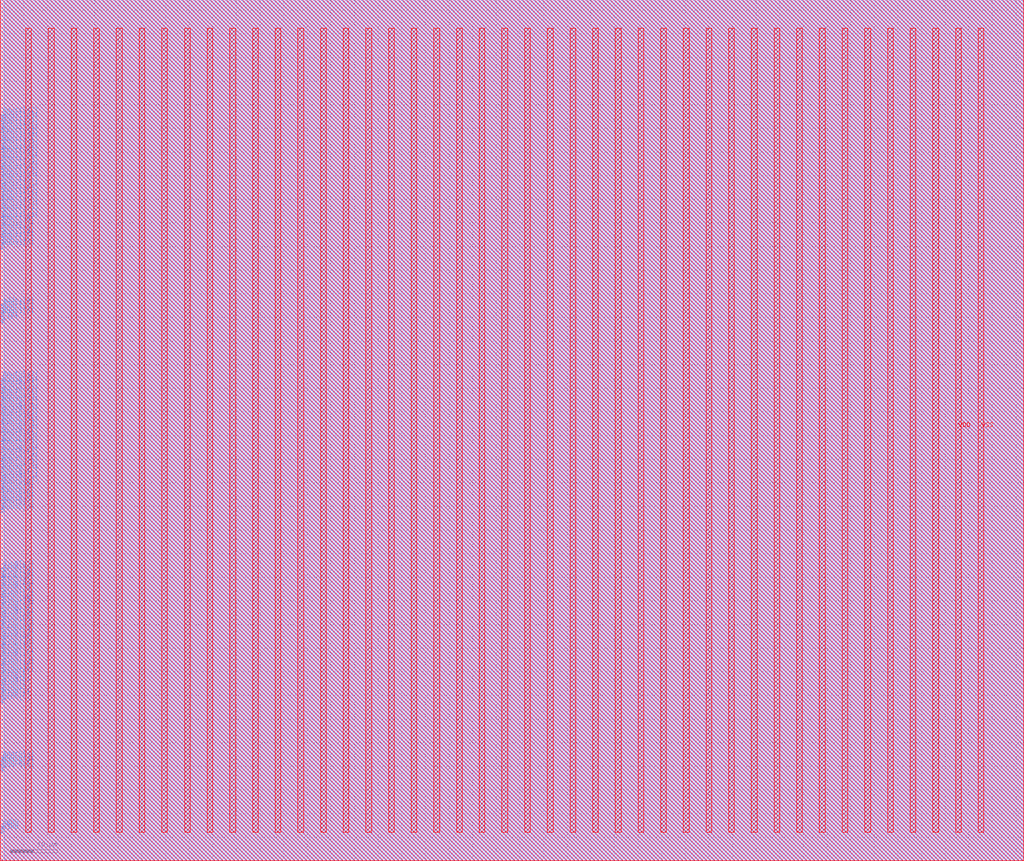
<source format=lef>
VERSION 5.7 ;
BUSBITCHARS "[]" ;
MACRO liteeth_48x32_sram
  FOREIGN liteeth_48x32_sram 0 0 ;
  SYMMETRY X Y R90 ;
  SIZE 216.660 BY 182.240 ;
  CLASS BLOCK ;
  PIN clk0
    DIRECTION INPUT ;
    USE SIGNAL ;
    SHAPE ABUTMENT ;
    PORT
      LAYER met3 ;
      RECT 0.000 5.850 0.800 6.150 ;
    END
  END clk0
  PIN csb0
    DIRECTION INPUT ;
    USE SIGNAL ;
    SHAPE ABUTMENT ;
    PORT
      LAYER met3 ;
      RECT 0.000 6.450 0.800 6.750 ;
    END
  END csb0
  PIN web0
    DIRECTION INPUT ;
    USE SIGNAL ;
    SHAPE ABUTMENT ;
    PORT
      LAYER met3 ;
      RECT 0.000 7.050 0.800 7.350 ;
    END
  END web0
  PIN addr0[0]
    DIRECTION INPUT ;
    USE SIGNAL ;
    SHAPE ABUTMENT ;
    PORT
      LAYER met3 ;
      RECT 0.000 19.050 0.800 19.350 ;
    END
  END addr0[0]
  PIN addr0[1]
    DIRECTION INPUT ;
    USE SIGNAL ;
    SHAPE ABUTMENT ;
    PORT
      LAYER met3 ;
      RECT 0.000 19.650 0.800 19.950 ;
    END
  END addr0[1]
  PIN addr0[2]
    DIRECTION INPUT ;
    USE SIGNAL ;
    SHAPE ABUTMENT ;
    PORT
      LAYER met3 ;
      RECT 0.000 20.250 0.800 20.550 ;
    END
  END addr0[2]
  PIN addr0[3]
    DIRECTION INPUT ;
    USE SIGNAL ;
    SHAPE ABUTMENT ;
    PORT
      LAYER met3 ;
      RECT 0.000 20.850 0.800 21.150 ;
    END
  END addr0[3]
  PIN addr0[4]
    DIRECTION INPUT ;
    USE SIGNAL ;
    SHAPE ABUTMENT ;
    PORT
      LAYER met3 ;
      RECT 0.000 21.450 0.800 21.750 ;
    END
  END addr0[4]
  PIN din0[0]
    DIRECTION INPUT ;
    USE SIGNAL ;
    SHAPE ABUTMENT ;
    PORT
      LAYER met3 ;
      RECT 0.000 33.450 0.800 33.750 ;
    END
  END din0[0]
  PIN din0[1]
    DIRECTION INPUT ;
    USE SIGNAL ;
    SHAPE ABUTMENT ;
    PORT
      LAYER met3 ;
      RECT 0.000 34.050 0.800 34.350 ;
    END
  END din0[1]
  PIN din0[2]
    DIRECTION INPUT ;
    USE SIGNAL ;
    SHAPE ABUTMENT ;
    PORT
      LAYER met3 ;
      RECT 0.000 34.650 0.800 34.950 ;
    END
  END din0[2]
  PIN din0[3]
    DIRECTION INPUT ;
    USE SIGNAL ;
    SHAPE ABUTMENT ;
    PORT
      LAYER met3 ;
      RECT 0.000 35.250 0.800 35.550 ;
    END
  END din0[3]
  PIN din0[4]
    DIRECTION INPUT ;
    USE SIGNAL ;
    SHAPE ABUTMENT ;
    PORT
      LAYER met3 ;
      RECT 0.000 35.850 0.800 36.150 ;
    END
  END din0[4]
  PIN din0[5]
    DIRECTION INPUT ;
    USE SIGNAL ;
    SHAPE ABUTMENT ;
    PORT
      LAYER met3 ;
      RECT 0.000 36.450 0.800 36.750 ;
    END
  END din0[5]
  PIN din0[6]
    DIRECTION INPUT ;
    USE SIGNAL ;
    SHAPE ABUTMENT ;
    PORT
      LAYER met3 ;
      RECT 0.000 37.050 0.800 37.350 ;
    END
  END din0[6]
  PIN din0[7]
    DIRECTION INPUT ;
    USE SIGNAL ;
    SHAPE ABUTMENT ;
    PORT
      LAYER met3 ;
      RECT 0.000 37.650 0.800 37.950 ;
    END
  END din0[7]
  PIN din0[8]
    DIRECTION INPUT ;
    USE SIGNAL ;
    SHAPE ABUTMENT ;
    PORT
      LAYER met3 ;
      RECT 0.000 38.250 0.800 38.550 ;
    END
  END din0[8]
  PIN din0[9]
    DIRECTION INPUT ;
    USE SIGNAL ;
    SHAPE ABUTMENT ;
    PORT
      LAYER met3 ;
      RECT 0.000 38.850 0.800 39.150 ;
    END
  END din0[9]
  PIN din0[10]
    DIRECTION INPUT ;
    USE SIGNAL ;
    SHAPE ABUTMENT ;
    PORT
      LAYER met3 ;
      RECT 0.000 39.450 0.800 39.750 ;
    END
  END din0[10]
  PIN din0[11]
    DIRECTION INPUT ;
    USE SIGNAL ;
    SHAPE ABUTMENT ;
    PORT
      LAYER met3 ;
      RECT 0.000 40.050 0.800 40.350 ;
    END
  END din0[11]
  PIN din0[12]
    DIRECTION INPUT ;
    USE SIGNAL ;
    SHAPE ABUTMENT ;
    PORT
      LAYER met3 ;
      RECT 0.000 40.650 0.800 40.950 ;
    END
  END din0[12]
  PIN din0[13]
    DIRECTION INPUT ;
    USE SIGNAL ;
    SHAPE ABUTMENT ;
    PORT
      LAYER met3 ;
      RECT 0.000 41.250 0.800 41.550 ;
    END
  END din0[13]
  PIN din0[14]
    DIRECTION INPUT ;
    USE SIGNAL ;
    SHAPE ABUTMENT ;
    PORT
      LAYER met3 ;
      RECT 0.000 41.850 0.800 42.150 ;
    END
  END din0[14]
  PIN din0[15]
    DIRECTION INPUT ;
    USE SIGNAL ;
    SHAPE ABUTMENT ;
    PORT
      LAYER met3 ;
      RECT 0.000 42.450 0.800 42.750 ;
    END
  END din0[15]
  PIN din0[16]
    DIRECTION INPUT ;
    USE SIGNAL ;
    SHAPE ABUTMENT ;
    PORT
      LAYER met3 ;
      RECT 0.000 43.050 0.800 43.350 ;
    END
  END din0[16]
  PIN din0[17]
    DIRECTION INPUT ;
    USE SIGNAL ;
    SHAPE ABUTMENT ;
    PORT
      LAYER met3 ;
      RECT 0.000 43.650 0.800 43.950 ;
    END
  END din0[17]
  PIN din0[18]
    DIRECTION INPUT ;
    USE SIGNAL ;
    SHAPE ABUTMENT ;
    PORT
      LAYER met3 ;
      RECT 0.000 44.250 0.800 44.550 ;
    END
  END din0[18]
  PIN din0[19]
    DIRECTION INPUT ;
    USE SIGNAL ;
    SHAPE ABUTMENT ;
    PORT
      LAYER met3 ;
      RECT 0.000 44.850 0.800 45.150 ;
    END
  END din0[19]
  PIN din0[20]
    DIRECTION INPUT ;
    USE SIGNAL ;
    SHAPE ABUTMENT ;
    PORT
      LAYER met3 ;
      RECT 0.000 45.450 0.800 45.750 ;
    END
  END din0[20]
  PIN din0[21]
    DIRECTION INPUT ;
    USE SIGNAL ;
    SHAPE ABUTMENT ;
    PORT
      LAYER met3 ;
      RECT 0.000 46.050 0.800 46.350 ;
    END
  END din0[21]
  PIN din0[22]
    DIRECTION INPUT ;
    USE SIGNAL ;
    SHAPE ABUTMENT ;
    PORT
      LAYER met3 ;
      RECT 0.000 46.650 0.800 46.950 ;
    END
  END din0[22]
  PIN din0[23]
    DIRECTION INPUT ;
    USE SIGNAL ;
    SHAPE ABUTMENT ;
    PORT
      LAYER met3 ;
      RECT 0.000 47.250 0.800 47.550 ;
    END
  END din0[23]
  PIN din0[24]
    DIRECTION INPUT ;
    USE SIGNAL ;
    SHAPE ABUTMENT ;
    PORT
      LAYER met3 ;
      RECT 0.000 47.850 0.800 48.150 ;
    END
  END din0[24]
  PIN din0[25]
    DIRECTION INPUT ;
    USE SIGNAL ;
    SHAPE ABUTMENT ;
    PORT
      LAYER met3 ;
      RECT 0.000 48.450 0.800 48.750 ;
    END
  END din0[25]
  PIN din0[26]
    DIRECTION INPUT ;
    USE SIGNAL ;
    SHAPE ABUTMENT ;
    PORT
      LAYER met3 ;
      RECT 0.000 49.050 0.800 49.350 ;
    END
  END din0[26]
  PIN din0[27]
    DIRECTION INPUT ;
    USE SIGNAL ;
    SHAPE ABUTMENT ;
    PORT
      LAYER met3 ;
      RECT 0.000 49.650 0.800 49.950 ;
    END
  END din0[27]
  PIN din0[28]
    DIRECTION INPUT ;
    USE SIGNAL ;
    SHAPE ABUTMENT ;
    PORT
      LAYER met3 ;
      RECT 0.000 50.250 0.800 50.550 ;
    END
  END din0[28]
  PIN din0[29]
    DIRECTION INPUT ;
    USE SIGNAL ;
    SHAPE ABUTMENT ;
    PORT
      LAYER met3 ;
      RECT 0.000 50.850 0.800 51.150 ;
    END
  END din0[29]
  PIN din0[30]
    DIRECTION INPUT ;
    USE SIGNAL ;
    SHAPE ABUTMENT ;
    PORT
      LAYER met3 ;
      RECT 0.000 51.450 0.800 51.750 ;
    END
  END din0[30]
  PIN din0[31]
    DIRECTION INPUT ;
    USE SIGNAL ;
    SHAPE ABUTMENT ;
    PORT
      LAYER met3 ;
      RECT 0.000 52.050 0.800 52.350 ;
    END
  END din0[31]
  PIN din0[32]
    DIRECTION INPUT ;
    USE SIGNAL ;
    SHAPE ABUTMENT ;
    PORT
      LAYER met3 ;
      RECT 0.000 52.650 0.800 52.950 ;
    END
  END din0[32]
  PIN din0[33]
    DIRECTION INPUT ;
    USE SIGNAL ;
    SHAPE ABUTMENT ;
    PORT
      LAYER met3 ;
      RECT 0.000 53.250 0.800 53.550 ;
    END
  END din0[33]
  PIN din0[34]
    DIRECTION INPUT ;
    USE SIGNAL ;
    SHAPE ABUTMENT ;
    PORT
      LAYER met3 ;
      RECT 0.000 53.850 0.800 54.150 ;
    END
  END din0[34]
  PIN din0[35]
    DIRECTION INPUT ;
    USE SIGNAL ;
    SHAPE ABUTMENT ;
    PORT
      LAYER met3 ;
      RECT 0.000 54.450 0.800 54.750 ;
    END
  END din0[35]
  PIN din0[36]
    DIRECTION INPUT ;
    USE SIGNAL ;
    SHAPE ABUTMENT ;
    PORT
      LAYER met3 ;
      RECT 0.000 55.050 0.800 55.350 ;
    END
  END din0[36]
  PIN din0[37]
    DIRECTION INPUT ;
    USE SIGNAL ;
    SHAPE ABUTMENT ;
    PORT
      LAYER met3 ;
      RECT 0.000 55.650 0.800 55.950 ;
    END
  END din0[37]
  PIN din0[38]
    DIRECTION INPUT ;
    USE SIGNAL ;
    SHAPE ABUTMENT ;
    PORT
      LAYER met3 ;
      RECT 0.000 56.250 0.800 56.550 ;
    END
  END din0[38]
  PIN din0[39]
    DIRECTION INPUT ;
    USE SIGNAL ;
    SHAPE ABUTMENT ;
    PORT
      LAYER met3 ;
      RECT 0.000 56.850 0.800 57.150 ;
    END
  END din0[39]
  PIN din0[40]
    DIRECTION INPUT ;
    USE SIGNAL ;
    SHAPE ABUTMENT ;
    PORT
      LAYER met3 ;
      RECT 0.000 57.450 0.800 57.750 ;
    END
  END din0[40]
  PIN din0[41]
    DIRECTION INPUT ;
    USE SIGNAL ;
    SHAPE ABUTMENT ;
    PORT
      LAYER met3 ;
      RECT 0.000 58.050 0.800 58.350 ;
    END
  END din0[41]
  PIN din0[42]
    DIRECTION INPUT ;
    USE SIGNAL ;
    SHAPE ABUTMENT ;
    PORT
      LAYER met3 ;
      RECT 0.000 58.650 0.800 58.950 ;
    END
  END din0[42]
  PIN din0[43]
    DIRECTION INPUT ;
    USE SIGNAL ;
    SHAPE ABUTMENT ;
    PORT
      LAYER met3 ;
      RECT 0.000 59.250 0.800 59.550 ;
    END
  END din0[43]
  PIN din0[44]
    DIRECTION INPUT ;
    USE SIGNAL ;
    SHAPE ABUTMENT ;
    PORT
      LAYER met3 ;
      RECT 0.000 59.850 0.800 60.150 ;
    END
  END din0[44]
  PIN din0[45]
    DIRECTION INPUT ;
    USE SIGNAL ;
    SHAPE ABUTMENT ;
    PORT
      LAYER met3 ;
      RECT 0.000 60.450 0.800 60.750 ;
    END
  END din0[45]
  PIN din0[46]
    DIRECTION INPUT ;
    USE SIGNAL ;
    SHAPE ABUTMENT ;
    PORT
      LAYER met3 ;
      RECT 0.000 61.050 0.800 61.350 ;
    END
  END din0[46]
  PIN din0[47]
    DIRECTION INPUT ;
    USE SIGNAL ;
    SHAPE ABUTMENT ;
    PORT
      LAYER met3 ;
      RECT 0.000 61.650 0.800 61.950 ;
    END
  END din0[47]
  PIN dout0[0]
    DIRECTION OUTPUT ;
    USE SIGNAL ;
    SHAPE ABUTMENT ;
    PORT
      LAYER met3 ;
      RECT 0.000 73.650 0.800 73.950 ;
    END
  END dout0[0]
  PIN dout0[1]
    DIRECTION OUTPUT ;
    USE SIGNAL ;
    SHAPE ABUTMENT ;
    PORT
      LAYER met3 ;
      RECT 0.000 74.250 0.800 74.550 ;
    END
  END dout0[1]
  PIN dout0[2]
    DIRECTION OUTPUT ;
    USE SIGNAL ;
    SHAPE ABUTMENT ;
    PORT
      LAYER met3 ;
      RECT 0.000 74.850 0.800 75.150 ;
    END
  END dout0[2]
  PIN dout0[3]
    DIRECTION OUTPUT ;
    USE SIGNAL ;
    SHAPE ABUTMENT ;
    PORT
      LAYER met3 ;
      RECT 0.000 75.450 0.800 75.750 ;
    END
  END dout0[3]
  PIN dout0[4]
    DIRECTION OUTPUT ;
    USE SIGNAL ;
    SHAPE ABUTMENT ;
    PORT
      LAYER met3 ;
      RECT 0.000 76.050 0.800 76.350 ;
    END
  END dout0[4]
  PIN dout0[5]
    DIRECTION OUTPUT ;
    USE SIGNAL ;
    SHAPE ABUTMENT ;
    PORT
      LAYER met3 ;
      RECT 0.000 76.650 0.800 76.950 ;
    END
  END dout0[5]
  PIN dout0[6]
    DIRECTION OUTPUT ;
    USE SIGNAL ;
    SHAPE ABUTMENT ;
    PORT
      LAYER met3 ;
      RECT 0.000 77.250 0.800 77.550 ;
    END
  END dout0[6]
  PIN dout0[7]
    DIRECTION OUTPUT ;
    USE SIGNAL ;
    SHAPE ABUTMENT ;
    PORT
      LAYER met3 ;
      RECT 0.000 77.850 0.800 78.150 ;
    END
  END dout0[7]
  PIN dout0[8]
    DIRECTION OUTPUT ;
    USE SIGNAL ;
    SHAPE ABUTMENT ;
    PORT
      LAYER met3 ;
      RECT 0.000 78.450 0.800 78.750 ;
    END
  END dout0[8]
  PIN dout0[9]
    DIRECTION OUTPUT ;
    USE SIGNAL ;
    SHAPE ABUTMENT ;
    PORT
      LAYER met3 ;
      RECT 0.000 79.050 0.800 79.350 ;
    END
  END dout0[9]
  PIN dout0[10]
    DIRECTION OUTPUT ;
    USE SIGNAL ;
    SHAPE ABUTMENT ;
    PORT
      LAYER met3 ;
      RECT 0.000 79.650 0.800 79.950 ;
    END
  END dout0[10]
  PIN dout0[11]
    DIRECTION OUTPUT ;
    USE SIGNAL ;
    SHAPE ABUTMENT ;
    PORT
      LAYER met3 ;
      RECT 0.000 80.250 0.800 80.550 ;
    END
  END dout0[11]
  PIN dout0[12]
    DIRECTION OUTPUT ;
    USE SIGNAL ;
    SHAPE ABUTMENT ;
    PORT
      LAYER met3 ;
      RECT 0.000 80.850 0.800 81.150 ;
    END
  END dout0[12]
  PIN dout0[13]
    DIRECTION OUTPUT ;
    USE SIGNAL ;
    SHAPE ABUTMENT ;
    PORT
      LAYER met3 ;
      RECT 0.000 81.450 0.800 81.750 ;
    END
  END dout0[13]
  PIN dout0[14]
    DIRECTION OUTPUT ;
    USE SIGNAL ;
    SHAPE ABUTMENT ;
    PORT
      LAYER met3 ;
      RECT 0.000 82.050 0.800 82.350 ;
    END
  END dout0[14]
  PIN dout0[15]
    DIRECTION OUTPUT ;
    USE SIGNAL ;
    SHAPE ABUTMENT ;
    PORT
      LAYER met3 ;
      RECT 0.000 82.650 0.800 82.950 ;
    END
  END dout0[15]
  PIN dout0[16]
    DIRECTION OUTPUT ;
    USE SIGNAL ;
    SHAPE ABUTMENT ;
    PORT
      LAYER met3 ;
      RECT 0.000 83.250 0.800 83.550 ;
    END
  END dout0[16]
  PIN dout0[17]
    DIRECTION OUTPUT ;
    USE SIGNAL ;
    SHAPE ABUTMENT ;
    PORT
      LAYER met3 ;
      RECT 0.000 83.850 0.800 84.150 ;
    END
  END dout0[17]
  PIN dout0[18]
    DIRECTION OUTPUT ;
    USE SIGNAL ;
    SHAPE ABUTMENT ;
    PORT
      LAYER met3 ;
      RECT 0.000 84.450 0.800 84.750 ;
    END
  END dout0[18]
  PIN dout0[19]
    DIRECTION OUTPUT ;
    USE SIGNAL ;
    SHAPE ABUTMENT ;
    PORT
      LAYER met3 ;
      RECT 0.000 85.050 0.800 85.350 ;
    END
  END dout0[19]
  PIN dout0[20]
    DIRECTION OUTPUT ;
    USE SIGNAL ;
    SHAPE ABUTMENT ;
    PORT
      LAYER met3 ;
      RECT 0.000 85.650 0.800 85.950 ;
    END
  END dout0[20]
  PIN dout0[21]
    DIRECTION OUTPUT ;
    USE SIGNAL ;
    SHAPE ABUTMENT ;
    PORT
      LAYER met3 ;
      RECT 0.000 86.250 0.800 86.550 ;
    END
  END dout0[21]
  PIN dout0[22]
    DIRECTION OUTPUT ;
    USE SIGNAL ;
    SHAPE ABUTMENT ;
    PORT
      LAYER met3 ;
      RECT 0.000 86.850 0.800 87.150 ;
    END
  END dout0[22]
  PIN dout0[23]
    DIRECTION OUTPUT ;
    USE SIGNAL ;
    SHAPE ABUTMENT ;
    PORT
      LAYER met3 ;
      RECT 0.000 87.450 0.800 87.750 ;
    END
  END dout0[23]
  PIN dout0[24]
    DIRECTION OUTPUT ;
    USE SIGNAL ;
    SHAPE ABUTMENT ;
    PORT
      LAYER met3 ;
      RECT 0.000 88.050 0.800 88.350 ;
    END
  END dout0[24]
  PIN dout0[25]
    DIRECTION OUTPUT ;
    USE SIGNAL ;
    SHAPE ABUTMENT ;
    PORT
      LAYER met3 ;
      RECT 0.000 88.650 0.800 88.950 ;
    END
  END dout0[25]
  PIN dout0[26]
    DIRECTION OUTPUT ;
    USE SIGNAL ;
    SHAPE ABUTMENT ;
    PORT
      LAYER met3 ;
      RECT 0.000 89.250 0.800 89.550 ;
    END
  END dout0[26]
  PIN dout0[27]
    DIRECTION OUTPUT ;
    USE SIGNAL ;
    SHAPE ABUTMENT ;
    PORT
      LAYER met3 ;
      RECT 0.000 89.850 0.800 90.150 ;
    END
  END dout0[27]
  PIN dout0[28]
    DIRECTION OUTPUT ;
    USE SIGNAL ;
    SHAPE ABUTMENT ;
    PORT
      LAYER met3 ;
      RECT 0.000 90.450 0.800 90.750 ;
    END
  END dout0[28]
  PIN dout0[29]
    DIRECTION OUTPUT ;
    USE SIGNAL ;
    SHAPE ABUTMENT ;
    PORT
      LAYER met3 ;
      RECT 0.000 91.050 0.800 91.350 ;
    END
  END dout0[29]
  PIN dout0[30]
    DIRECTION OUTPUT ;
    USE SIGNAL ;
    SHAPE ABUTMENT ;
    PORT
      LAYER met3 ;
      RECT 0.000 91.650 0.800 91.950 ;
    END
  END dout0[30]
  PIN dout0[31]
    DIRECTION OUTPUT ;
    USE SIGNAL ;
    SHAPE ABUTMENT ;
    PORT
      LAYER met3 ;
      RECT 0.000 92.250 0.800 92.550 ;
    END
  END dout0[31]
  PIN dout0[32]
    DIRECTION OUTPUT ;
    USE SIGNAL ;
    SHAPE ABUTMENT ;
    PORT
      LAYER met3 ;
      RECT 0.000 92.850 0.800 93.150 ;
    END
  END dout0[32]
  PIN dout0[33]
    DIRECTION OUTPUT ;
    USE SIGNAL ;
    SHAPE ABUTMENT ;
    PORT
      LAYER met3 ;
      RECT 0.000 93.450 0.800 93.750 ;
    END
  END dout0[33]
  PIN dout0[34]
    DIRECTION OUTPUT ;
    USE SIGNAL ;
    SHAPE ABUTMENT ;
    PORT
      LAYER met3 ;
      RECT 0.000 94.050 0.800 94.350 ;
    END
  END dout0[34]
  PIN dout0[35]
    DIRECTION OUTPUT ;
    USE SIGNAL ;
    SHAPE ABUTMENT ;
    PORT
      LAYER met3 ;
      RECT 0.000 94.650 0.800 94.950 ;
    END
  END dout0[35]
  PIN dout0[36]
    DIRECTION OUTPUT ;
    USE SIGNAL ;
    SHAPE ABUTMENT ;
    PORT
      LAYER met3 ;
      RECT 0.000 95.250 0.800 95.550 ;
    END
  END dout0[36]
  PIN dout0[37]
    DIRECTION OUTPUT ;
    USE SIGNAL ;
    SHAPE ABUTMENT ;
    PORT
      LAYER met3 ;
      RECT 0.000 95.850 0.800 96.150 ;
    END
  END dout0[37]
  PIN dout0[38]
    DIRECTION OUTPUT ;
    USE SIGNAL ;
    SHAPE ABUTMENT ;
    PORT
      LAYER met3 ;
      RECT 0.000 96.450 0.800 96.750 ;
    END
  END dout0[38]
  PIN dout0[39]
    DIRECTION OUTPUT ;
    USE SIGNAL ;
    SHAPE ABUTMENT ;
    PORT
      LAYER met3 ;
      RECT 0.000 97.050 0.800 97.350 ;
    END
  END dout0[39]
  PIN dout0[40]
    DIRECTION OUTPUT ;
    USE SIGNAL ;
    SHAPE ABUTMENT ;
    PORT
      LAYER met3 ;
      RECT 0.000 97.650 0.800 97.950 ;
    END
  END dout0[40]
  PIN dout0[41]
    DIRECTION OUTPUT ;
    USE SIGNAL ;
    SHAPE ABUTMENT ;
    PORT
      LAYER met3 ;
      RECT 0.000 98.250 0.800 98.550 ;
    END
  END dout0[41]
  PIN dout0[42]
    DIRECTION OUTPUT ;
    USE SIGNAL ;
    SHAPE ABUTMENT ;
    PORT
      LAYER met3 ;
      RECT 0.000 98.850 0.800 99.150 ;
    END
  END dout0[42]
  PIN dout0[43]
    DIRECTION OUTPUT ;
    USE SIGNAL ;
    SHAPE ABUTMENT ;
    PORT
      LAYER met3 ;
      RECT 0.000 99.450 0.800 99.750 ;
    END
  END dout0[43]
  PIN dout0[44]
    DIRECTION OUTPUT ;
    USE SIGNAL ;
    SHAPE ABUTMENT ;
    PORT
      LAYER met3 ;
      RECT 0.000 100.050 0.800 100.350 ;
    END
  END dout0[44]
  PIN dout0[45]
    DIRECTION OUTPUT ;
    USE SIGNAL ;
    SHAPE ABUTMENT ;
    PORT
      LAYER met3 ;
      RECT 0.000 100.650 0.800 100.950 ;
    END
  END dout0[45]
  PIN dout0[46]
    DIRECTION OUTPUT ;
    USE SIGNAL ;
    SHAPE ABUTMENT ;
    PORT
      LAYER met3 ;
      RECT 0.000 101.250 0.800 101.550 ;
    END
  END dout0[46]
  PIN dout0[47]
    DIRECTION OUTPUT ;
    USE SIGNAL ;
    SHAPE ABUTMENT ;
    PORT
      LAYER met3 ;
      RECT 0.000 101.850 0.800 102.150 ;
    END
  END dout0[47]
  PIN clk1
    DIRECTION INPUT ;
    USE SIGNAL ;
    SHAPE ABUTMENT ;
    PORT
      LAYER met3 ;
      RECT 0.000 113.850 0.800 114.150 ;
    END
  END clk1
  PIN csb1
    DIRECTION INPUT ;
    USE SIGNAL ;
    SHAPE ABUTMENT ;
    PORT
      LAYER met3 ;
      RECT 0.000 114.450 0.800 114.750 ;
    END
  END csb1
  PIN addr1[0]
    DIRECTION INPUT ;
    USE SIGNAL ;
    SHAPE ABUTMENT ;
    PORT
      LAYER met3 ;
      RECT 0.000 115.050 0.800 115.350 ;
    END
  END addr1[0]
  PIN addr1[1]
    DIRECTION INPUT ;
    USE SIGNAL ;
    SHAPE ABUTMENT ;
    PORT
      LAYER met3 ;
      RECT 0.000 115.650 0.800 115.950 ;
    END
  END addr1[1]
  PIN addr1[2]
    DIRECTION INPUT ;
    USE SIGNAL ;
    SHAPE ABUTMENT ;
    PORT
      LAYER met3 ;
      RECT 0.000 116.250 0.800 116.550 ;
    END
  END addr1[2]
  PIN addr1[3]
    DIRECTION INPUT ;
    USE SIGNAL ;
    SHAPE ABUTMENT ;
    PORT
      LAYER met3 ;
      RECT 0.000 116.850 0.800 117.150 ;
    END
  END addr1[3]
  PIN addr1[4]
    DIRECTION INPUT ;
    USE SIGNAL ;
    SHAPE ABUTMENT ;
    PORT
      LAYER met3 ;
      RECT 0.000 117.450 0.800 117.750 ;
    END
  END addr1[4]
  PIN dout1[0]
    DIRECTION OUTPUT ;
    USE SIGNAL ;
    SHAPE ABUTMENT ;
    PORT
      LAYER met3 ;
      RECT 0.000 129.450 0.800 129.750 ;
    END
  END dout1[0]
  PIN dout1[1]
    DIRECTION OUTPUT ;
    USE SIGNAL ;
    SHAPE ABUTMENT ;
    PORT
      LAYER met3 ;
      RECT 0.000 130.050 0.800 130.350 ;
    END
  END dout1[1]
  PIN dout1[2]
    DIRECTION OUTPUT ;
    USE SIGNAL ;
    SHAPE ABUTMENT ;
    PORT
      LAYER met3 ;
      RECT 0.000 130.650 0.800 130.950 ;
    END
  END dout1[2]
  PIN dout1[3]
    DIRECTION OUTPUT ;
    USE SIGNAL ;
    SHAPE ABUTMENT ;
    PORT
      LAYER met3 ;
      RECT 0.000 131.250 0.800 131.550 ;
    END
  END dout1[3]
  PIN dout1[4]
    DIRECTION OUTPUT ;
    USE SIGNAL ;
    SHAPE ABUTMENT ;
    PORT
      LAYER met3 ;
      RECT 0.000 131.850 0.800 132.150 ;
    END
  END dout1[4]
  PIN dout1[5]
    DIRECTION OUTPUT ;
    USE SIGNAL ;
    SHAPE ABUTMENT ;
    PORT
      LAYER met3 ;
      RECT 0.000 132.450 0.800 132.750 ;
    END
  END dout1[5]
  PIN dout1[6]
    DIRECTION OUTPUT ;
    USE SIGNAL ;
    SHAPE ABUTMENT ;
    PORT
      LAYER met3 ;
      RECT 0.000 133.050 0.800 133.350 ;
    END
  END dout1[6]
  PIN dout1[7]
    DIRECTION OUTPUT ;
    USE SIGNAL ;
    SHAPE ABUTMENT ;
    PORT
      LAYER met3 ;
      RECT 0.000 133.650 0.800 133.950 ;
    END
  END dout1[7]
  PIN dout1[8]
    DIRECTION OUTPUT ;
    USE SIGNAL ;
    SHAPE ABUTMENT ;
    PORT
      LAYER met3 ;
      RECT 0.000 134.250 0.800 134.550 ;
    END
  END dout1[8]
  PIN dout1[9]
    DIRECTION OUTPUT ;
    USE SIGNAL ;
    SHAPE ABUTMENT ;
    PORT
      LAYER met3 ;
      RECT 0.000 134.850 0.800 135.150 ;
    END
  END dout1[9]
  PIN dout1[10]
    DIRECTION OUTPUT ;
    USE SIGNAL ;
    SHAPE ABUTMENT ;
    PORT
      LAYER met3 ;
      RECT 0.000 135.450 0.800 135.750 ;
    END
  END dout1[10]
  PIN dout1[11]
    DIRECTION OUTPUT ;
    USE SIGNAL ;
    SHAPE ABUTMENT ;
    PORT
      LAYER met3 ;
      RECT 0.000 136.050 0.800 136.350 ;
    END
  END dout1[11]
  PIN dout1[12]
    DIRECTION OUTPUT ;
    USE SIGNAL ;
    SHAPE ABUTMENT ;
    PORT
      LAYER met3 ;
      RECT 0.000 136.650 0.800 136.950 ;
    END
  END dout1[12]
  PIN dout1[13]
    DIRECTION OUTPUT ;
    USE SIGNAL ;
    SHAPE ABUTMENT ;
    PORT
      LAYER met3 ;
      RECT 0.000 137.250 0.800 137.550 ;
    END
  END dout1[13]
  PIN dout1[14]
    DIRECTION OUTPUT ;
    USE SIGNAL ;
    SHAPE ABUTMENT ;
    PORT
      LAYER met3 ;
      RECT 0.000 137.850 0.800 138.150 ;
    END
  END dout1[14]
  PIN dout1[15]
    DIRECTION OUTPUT ;
    USE SIGNAL ;
    SHAPE ABUTMENT ;
    PORT
      LAYER met3 ;
      RECT 0.000 138.450 0.800 138.750 ;
    END
  END dout1[15]
  PIN dout1[16]
    DIRECTION OUTPUT ;
    USE SIGNAL ;
    SHAPE ABUTMENT ;
    PORT
      LAYER met3 ;
      RECT 0.000 139.050 0.800 139.350 ;
    END
  END dout1[16]
  PIN dout1[17]
    DIRECTION OUTPUT ;
    USE SIGNAL ;
    SHAPE ABUTMENT ;
    PORT
      LAYER met3 ;
      RECT 0.000 139.650 0.800 139.950 ;
    END
  END dout1[17]
  PIN dout1[18]
    DIRECTION OUTPUT ;
    USE SIGNAL ;
    SHAPE ABUTMENT ;
    PORT
      LAYER met3 ;
      RECT 0.000 140.250 0.800 140.550 ;
    END
  END dout1[18]
  PIN dout1[19]
    DIRECTION OUTPUT ;
    USE SIGNAL ;
    SHAPE ABUTMENT ;
    PORT
      LAYER met3 ;
      RECT 0.000 140.850 0.800 141.150 ;
    END
  END dout1[19]
  PIN dout1[20]
    DIRECTION OUTPUT ;
    USE SIGNAL ;
    SHAPE ABUTMENT ;
    PORT
      LAYER met3 ;
      RECT 0.000 141.450 0.800 141.750 ;
    END
  END dout1[20]
  PIN dout1[21]
    DIRECTION OUTPUT ;
    USE SIGNAL ;
    SHAPE ABUTMENT ;
    PORT
      LAYER met3 ;
      RECT 0.000 142.050 0.800 142.350 ;
    END
  END dout1[21]
  PIN dout1[22]
    DIRECTION OUTPUT ;
    USE SIGNAL ;
    SHAPE ABUTMENT ;
    PORT
      LAYER met3 ;
      RECT 0.000 142.650 0.800 142.950 ;
    END
  END dout1[22]
  PIN dout1[23]
    DIRECTION OUTPUT ;
    USE SIGNAL ;
    SHAPE ABUTMENT ;
    PORT
      LAYER met3 ;
      RECT 0.000 143.250 0.800 143.550 ;
    END
  END dout1[23]
  PIN dout1[24]
    DIRECTION OUTPUT ;
    USE SIGNAL ;
    SHAPE ABUTMENT ;
    PORT
      LAYER met3 ;
      RECT 0.000 143.850 0.800 144.150 ;
    END
  END dout1[24]
  PIN dout1[25]
    DIRECTION OUTPUT ;
    USE SIGNAL ;
    SHAPE ABUTMENT ;
    PORT
      LAYER met3 ;
      RECT 0.000 144.450 0.800 144.750 ;
    END
  END dout1[25]
  PIN dout1[26]
    DIRECTION OUTPUT ;
    USE SIGNAL ;
    SHAPE ABUTMENT ;
    PORT
      LAYER met3 ;
      RECT 0.000 145.050 0.800 145.350 ;
    END
  END dout1[26]
  PIN dout1[27]
    DIRECTION OUTPUT ;
    USE SIGNAL ;
    SHAPE ABUTMENT ;
    PORT
      LAYER met3 ;
      RECT 0.000 145.650 0.800 145.950 ;
    END
  END dout1[27]
  PIN dout1[28]
    DIRECTION OUTPUT ;
    USE SIGNAL ;
    SHAPE ABUTMENT ;
    PORT
      LAYER met3 ;
      RECT 0.000 146.250 0.800 146.550 ;
    END
  END dout1[28]
  PIN dout1[29]
    DIRECTION OUTPUT ;
    USE SIGNAL ;
    SHAPE ABUTMENT ;
    PORT
      LAYER met3 ;
      RECT 0.000 146.850 0.800 147.150 ;
    END
  END dout1[29]
  PIN dout1[30]
    DIRECTION OUTPUT ;
    USE SIGNAL ;
    SHAPE ABUTMENT ;
    PORT
      LAYER met3 ;
      RECT 0.000 147.450 0.800 147.750 ;
    END
  END dout1[30]
  PIN dout1[31]
    DIRECTION OUTPUT ;
    USE SIGNAL ;
    SHAPE ABUTMENT ;
    PORT
      LAYER met3 ;
      RECT 0.000 148.050 0.800 148.350 ;
    END
  END dout1[31]
  PIN dout1[32]
    DIRECTION OUTPUT ;
    USE SIGNAL ;
    SHAPE ABUTMENT ;
    PORT
      LAYER met3 ;
      RECT 0.000 148.650 0.800 148.950 ;
    END
  END dout1[32]
  PIN dout1[33]
    DIRECTION OUTPUT ;
    USE SIGNAL ;
    SHAPE ABUTMENT ;
    PORT
      LAYER met3 ;
      RECT 0.000 149.250 0.800 149.550 ;
    END
  END dout1[33]
  PIN dout1[34]
    DIRECTION OUTPUT ;
    USE SIGNAL ;
    SHAPE ABUTMENT ;
    PORT
      LAYER met3 ;
      RECT 0.000 149.850 0.800 150.150 ;
    END
  END dout1[34]
  PIN dout1[35]
    DIRECTION OUTPUT ;
    USE SIGNAL ;
    SHAPE ABUTMENT ;
    PORT
      LAYER met3 ;
      RECT 0.000 150.450 0.800 150.750 ;
    END
  END dout1[35]
  PIN dout1[36]
    DIRECTION OUTPUT ;
    USE SIGNAL ;
    SHAPE ABUTMENT ;
    PORT
      LAYER met3 ;
      RECT 0.000 151.050 0.800 151.350 ;
    END
  END dout1[36]
  PIN dout1[37]
    DIRECTION OUTPUT ;
    USE SIGNAL ;
    SHAPE ABUTMENT ;
    PORT
      LAYER met3 ;
      RECT 0.000 151.650 0.800 151.950 ;
    END
  END dout1[37]
  PIN dout1[38]
    DIRECTION OUTPUT ;
    USE SIGNAL ;
    SHAPE ABUTMENT ;
    PORT
      LAYER met3 ;
      RECT 0.000 152.250 0.800 152.550 ;
    END
  END dout1[38]
  PIN dout1[39]
    DIRECTION OUTPUT ;
    USE SIGNAL ;
    SHAPE ABUTMENT ;
    PORT
      LAYER met3 ;
      RECT 0.000 152.850 0.800 153.150 ;
    END
  END dout1[39]
  PIN dout1[40]
    DIRECTION OUTPUT ;
    USE SIGNAL ;
    SHAPE ABUTMENT ;
    PORT
      LAYER met3 ;
      RECT 0.000 153.450 0.800 153.750 ;
    END
  END dout1[40]
  PIN dout1[41]
    DIRECTION OUTPUT ;
    USE SIGNAL ;
    SHAPE ABUTMENT ;
    PORT
      LAYER met3 ;
      RECT 0.000 154.050 0.800 154.350 ;
    END
  END dout1[41]
  PIN dout1[42]
    DIRECTION OUTPUT ;
    USE SIGNAL ;
    SHAPE ABUTMENT ;
    PORT
      LAYER met3 ;
      RECT 0.000 154.650 0.800 154.950 ;
    END
  END dout1[42]
  PIN dout1[43]
    DIRECTION OUTPUT ;
    USE SIGNAL ;
    SHAPE ABUTMENT ;
    PORT
      LAYER met3 ;
      RECT 0.000 155.250 0.800 155.550 ;
    END
  END dout1[43]
  PIN dout1[44]
    DIRECTION OUTPUT ;
    USE SIGNAL ;
    SHAPE ABUTMENT ;
    PORT
      LAYER met3 ;
      RECT 0.000 155.850 0.800 156.150 ;
    END
  END dout1[44]
  PIN dout1[45]
    DIRECTION OUTPUT ;
    USE SIGNAL ;
    SHAPE ABUTMENT ;
    PORT
      LAYER met3 ;
      RECT 0.000 156.450 0.800 156.750 ;
    END
  END dout1[45]
  PIN dout1[46]
    DIRECTION OUTPUT ;
    USE SIGNAL ;
    SHAPE ABUTMENT ;
    PORT
      LAYER met3 ;
      RECT 0.000 157.050 0.800 157.350 ;
    END
  END dout1[46]
  PIN dout1[47]
    DIRECTION OUTPUT ;
    USE SIGNAL ;
    SHAPE ABUTMENT ;
    PORT
      LAYER met3 ;
      RECT 0.000 157.650 0.800 157.950 ;
    END
  END dout1[47]
  PIN VSS
    DIRECTION INOUT ;
    USE GROUND ;
    PORT
      LAYER met4 ;
      RECT 5.400 6.000 6.600 176.240 ;
      RECT 15.000 6.000 16.200 176.240 ;
      RECT 24.600 6.000 25.800 176.240 ;
      RECT 34.200 6.000 35.400 176.240 ;
      RECT 43.800 6.000 45.000 176.240 ;
      RECT 53.400 6.000 54.600 176.240 ;
      RECT 63.000 6.000 64.200 176.240 ;
      RECT 72.600 6.000 73.800 176.240 ;
      RECT 82.200 6.000 83.400 176.240 ;
      RECT 91.800 6.000 93.000 176.240 ;
      RECT 101.400 6.000 102.600 176.240 ;
      RECT 111.000 6.000 112.200 176.240 ;
      RECT 120.600 6.000 121.800 176.240 ;
      RECT 130.200 6.000 131.400 176.240 ;
      RECT 139.800 6.000 141.000 176.240 ;
      RECT 149.400 6.000 150.600 176.240 ;
      RECT 159.000 6.000 160.200 176.240 ;
      RECT 168.600 6.000 169.800 176.240 ;
      RECT 178.200 6.000 179.400 176.240 ;
      RECT 187.800 6.000 189.000 176.240 ;
      RECT 197.400 6.000 198.600 176.240 ;
      RECT 207.000 6.000 208.200 176.240 ;
    END
  END VSS
  PIN VDD
    DIRECTION INOUT ;
    USE POWER ;
    PORT
      LAYER met4 ;
      RECT 10.200 6.000 11.400 176.240 ;
      RECT 19.800 6.000 21.000 176.240 ;
      RECT 29.400 6.000 30.600 176.240 ;
      RECT 39.000 6.000 40.200 176.240 ;
      RECT 48.600 6.000 49.800 176.240 ;
      RECT 58.200 6.000 59.400 176.240 ;
      RECT 67.800 6.000 69.000 176.240 ;
      RECT 77.400 6.000 78.600 176.240 ;
      RECT 87.000 6.000 88.200 176.240 ;
      RECT 96.600 6.000 97.800 176.240 ;
      RECT 106.200 6.000 107.400 176.240 ;
      RECT 115.800 6.000 117.000 176.240 ;
      RECT 125.400 6.000 126.600 176.240 ;
      RECT 135.000 6.000 136.200 176.240 ;
      RECT 144.600 6.000 145.800 176.240 ;
      RECT 154.200 6.000 155.400 176.240 ;
      RECT 163.800 6.000 165.000 176.240 ;
      RECT 173.400 6.000 174.600 176.240 ;
      RECT 183.000 6.000 184.200 176.240 ;
      RECT 192.600 6.000 193.800 176.240 ;
      RECT 202.200 6.000 203.400 176.240 ;
    END
  END VDD
  OBS
    LAYER met1 ;
    RECT 0 0 216.660 182.240 ;
    LAYER met2 ;
    RECT 0 0 216.660 182.240 ;
    LAYER met3 ;
    RECT 0.800 0 216.660 182.240 ;
    LAYER met4 ;
    RECT 0 0 216.660 182.240 ;
    LAYER OVERLAP ;
    RECT 0 0 216.660 182.240 ;
  END
END liteeth_48x32_sram

END LIBRARY

</source>
